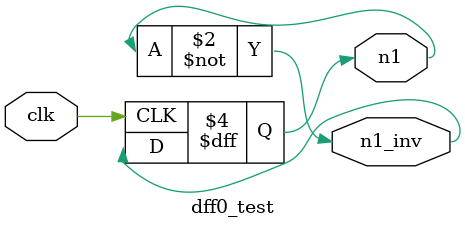
<source format=v>
module dff0_test(n1, n1_inv, clk);
  input clk;
  output n1;
  reg n1 = 32'd0;
  output n1_inv;
  always @(posedge clk)
      n1 <= n1_inv;
  assign n1_inv = ~n1;
endmodule
</source>
